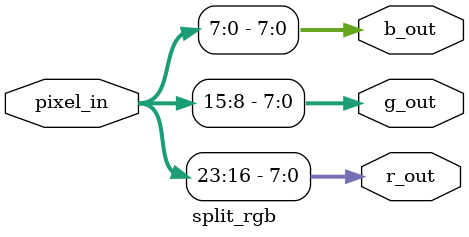
<source format=v>
`timescale 1ns / 1ps


module split_rgb(
    
    input [23 : 0] pixel_in,
    
    output [7 : 0] r_out,
    output [7 : 0] g_out,
    output [7 : 0] b_out
);

    assign r_out = pixel_in[23 -: 8];
    assign g_out = pixel_in[15 -: 8];
    assign b_out = pixel_in[7 : 0];
endmodule

</source>
